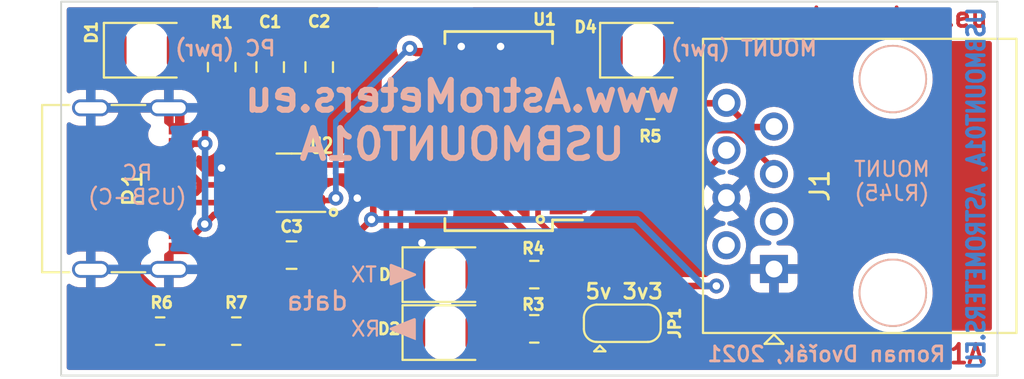
<source format=kicad_pcb>
(kicad_pcb (version 20210424) (generator pcbnew)
  (layers (0 "F.Cu" signal) (31 "B.Cu" signal) (34 "B.Paste" user) (35 "F.Paste" user) (36 "B.SilkS" user "B.Silkscreen") (37 "F.SilkS" user "F.Silkscreen") (38 "B.Mask" user) (39 "F.Mask" user) (44 "Edge.Cuts" user))
  (net 0 "")
  (net 1 "GND")
  (net 2 "Net-(P1-PadA5)")
  (net 3 "/D+")
  (net 4 "/D-")
  (net 5 "Net-(P1-PadB5)")
  (net 9 "Net-(D3-Pad2)")
  (net 10 "Net-(D4-Pad2)")
  (net 11 "+12V")
  (net 12 "RXD")
  (net 13 "TXD")
  (net 14 "+5V")
  (net 15 "+3V3")
  (net 16 "Net-(D1-Pad2)")
  (net 17 "Net-(D2-Pad2)")
  (net 20 "/D+i")
  (net 21 "/D-i")
  (net 27 "/LED_RX")
  (net 28 "/LED_TX")
  (net 34 "unconnected-(J1-Pad3)")
  (footprint "Capacitor_SMD:C_0805_2012Metric_Pad1.18x1.45mm_HandSolder" (layer "F.Cu") (at 137.414 82.4015 -90)
    (fp_text reference "C2" (at -2.4345 0) (layer "F.SilkS") (effects (font (size 0.6 0.6))))
    (fp_text value "0.1uF")
    (fp_line (start -0.261252 -0.735) (end 0.261252 -0.735) (layer "F.SilkS") (width 0.12))
    (fp_line (start -0.261252 0.735) (end 0.261252 0.735) (layer "F.SilkS") (width 0.12))
    (pad "1" smd roundrect locked (at -1.0375 0 270) (size 1.175 1.45) (layers "F.Cu" "F.Paste" "F.Mask") (roundrect_rratio 0.2127659574) (net 14 "+5V"))
    (pad "2" smd roundrect locked (at 1.0375 0 270) (size 1.175 1.45) (layers "F.Cu" "F.Paste" "F.Mask") (roundrect_rratio 0.2127659574) (net 1 "GND"))
  )
  (footprint "Resistor_SMD:R_0805_2012Metric_Pad1.20x1.40mm_HandSolder" (layer "F.Cu") (at 155.1 84.45 180)
    (fp_text reference "R5" (at 0 -1.65 180) (layer "F.SilkS") (effects (font (size 0.6 0.6))))
    (fp_text value "1k")
    (fp_line (start -0.227064 -0.735) (end 0.227064 -0.735) (layer "F.SilkS") (width 0.12))
    (fp_line (start -0.227064 0.735) (end 0.227064 0.735) (layer "F.SilkS") (width 0.12))
    (pad "1" smd roundrect locked (at -1 0 180) (size 1.2 1.4) (layers "F.Cu" "F.Paste" "F.Mask") (roundrect_rratio 0.2083333333) (net 11 "+12V"))
    (pad "2" smd roundrect locked (at 1 0 180) (size 1.2 1.4) (layers "F.Cu" "F.Paste" "F.Mask") (roundrect_rratio 0.2083333333) (net 10 "Net-(D4-Pad2)"))
  )
  (footprint "Package_SO:SSOP-28_5.3x10.2mm_P0.65mm" (layer "F.Cu") (at 147 85.825 180)
    (fp_text reference "U1" (at -2.45 5.975) (layer "F.SilkS") (effects (font (size 0.6 0.6))))
    (fp_text value "FT232RL")
    (fp_line (start -2.875 -5.325) (end -2.875 -4.75) (layer "F.SilkS") (width 0.15))
    (fp_line (start 2.875 -5.325) (end 2.875 -4.675) (layer "F.SilkS") (width 0.15))
    (fp_line (start -2.875 -4.75) (end -4.475 -4.75) (layer "F.SilkS") (width 0.15))
    (fp_line (start -2.875 5.325) (end -2.875 4.675) (layer "F.SilkS") (width 0.15))
    (fp_line (start 2.875 5.325) (end 2.875 4.675) (layer "F.SilkS") (width 0.15))
    (fp_line (start -2.875 -5.325) (end 2.875 -5.325) (layer "F.SilkS") (width 0.15))
    (fp_line (start -2.875 5.325) (end 2.875 5.325) (layer "F.SilkS") (width 0.15))
    (pad "1" smd rect locked (at -3.6 -4.225 180) (size 1.75 0.45) (layers "F.Cu" "F.Paste" "F.Mask") (net 13 "TXD"))
    (pad "2" smd rect locked (at -3.6 -3.575 180) (size 1.75 0.45) (layers "F.Cu" "F.Paste" "F.Mask"))
    (pad "3" smd rect locked (at -3.6 -2.925 180) (size 1.75 0.45) (layers "F.Cu" "F.Paste" "F.Mask"))
    (pad "4" smd rect locked (at -3.6 -2.275 180) (size 1.75 0.45) (layers "F.Cu" "F.Paste" "F.Mask"))
    (pad "5" smd rect locked (at -3.6 -1.625 180) (size 1.75 0.45) (layers "F.Cu" "F.Paste" "F.Mask") (net 12 "RXD"))
    (pad "6" smd rect locked (at -3.6 -0.975 180) (size 1.75 0.45) (layers "F.Cu" "F.Paste" "F.Mask"))
    (pad "7" smd rect locked (at -3.6 -0.325 180) (size 1.75 0.45) (layers "F.Cu" "F.Paste" "F.Mask") (net 1 "GND"))
    (pad "8" smd rect locked (at -3.6 0.325 180) (size 1.75 0.45) (layers "F.Cu" "F.Paste" "F.Mask"))
    (pad "9" smd rect locked (at -3.6 0.975 180) (size 1.75 0.45) (layers "F.Cu" "F.Paste" "F.Mask"))
    (pad "10" smd rect locked (at -3.6 1.625 180) (size 1.75 0.45) (layers "F.Cu" "F.Paste" "F.Mask"))
    (pad "11" smd rect locked (at -3.6 2.275 180) (size 1.75 0.45) (layers "F.Cu" "F.Paste" "F.Mask"))
    (pad "12" smd rect locked (at -3.6 2.925 180) (size 1.75 0.45) (layers "F.Cu" "F.Paste" "F.Mask"))
    (pad "13" smd rect locked (at -3.6 3.575 180) (size 1.75 0.45) (layers "F.Cu" "F.Paste" "F.Mask"))
    (pad "14" smd rect locked (at -3.6 4.225 180) (size 1.75 0.45) (layers "F.Cu" "F.Paste" "F.Mask"))
    (pad "15" smd rect locked (at 3.6 4.225 180) (size 1.75 0.45) (layers "F.Cu" "F.Paste" "F.Mask") (net 20 "/D+i"))
    (pad "16" smd rect locked (at 3.6 3.575 180) (size 1.75 0.45) (layers "F.Cu" "F.Paste" "F.Mask") (net 21 "/D-i"))
    (pad "17" smd rect locked (at 3.6 2.925 180) (size 1.75 0.45) (layers "F.Cu" "F.Paste" "F.Mask") (net 15 "+3V3"))
    (pad "18" smd rect locked (at 3.6 2.275 180) (size 1.75 0.45) (layers "F.Cu" "F.Paste" "F.Mask") (net 1 "GND"))
    (pad "19" smd rect locked (at 3.6 1.625 180) (size 1.75 0.45) (layers "F.Cu" "F.Paste" "F.Mask"))
    (pad "20" smd rect locked (at 3.6 0.975 180) (size 1.75 0.45) (layers "F.Cu" "F.Paste" "F.Mask") (net 14 "+5V"))
    (pad "21" smd rect locked (at 3.6 0.325 180) (size 1.75 0.45) (layers "F.Cu" "F.Paste" "F.Mask") (net 1 "GND"))
    (pad "22" smd rect locked (at 3.6 -0.325 180) (size 1.75 0.45) (layers "F.Cu" "F.Paste" "F.Mask") (net 27 "/LED_RX"))
    (pad "23" smd rect locked (at 3.6 -0.975 180) (size 1.75 0.45) (layers "F.Cu" "F.Paste" "F.Mask") (net 28 "/LED_TX"))
    (pad "24" smd rect locked (at 3.6 -1.625 180) (size 1.75 0.45) (layers "F.Cu" "F.Paste" "F.Mask"))
    (pad "25" smd rect locked (at 3.6 -2.275 180) (size 1.75 0.45) (layers "F.Cu" "F.Paste" "F.Mask") (net 1 "GND"))
    (pad "26" smd rect locked (at 3.6 -2.925 180) (size 1.75 0.45) (layers "F.Cu" "F.Paste" "F.Mask") (net 1 "GND"))
    (pad "27" smd rect locked (at 3.6 -3.575 180) (size 1.75 0.45) (layers "F.Cu" "F.Paste" "F.Mask"))
    (pad "28" smd rect locked (at 3.6 -4.225 180) (size 1.75 0.45) (layers "F.Cu" "F.Paste" "F.Mask"))
  )
  (footprint "LED_SMD:LED_1206_3216Metric_ReverseMount_Hole1.8x2.4mm" (layer "F.Cu") (at 128.2 81.5)
    (fp_text reference "D1" (at -2.95 -0.95 90) (layer "F.SilkS") (effects (font (size 0.6 0.6))))
    (fp_text value "RED")
    (fp_line (start 1.6 -1.46) (end -2.285 -1.46) (layer "F.SilkS") (width 0.12))
    (fp_line (start -2.285 1.46) (end 1.6 1.46) (layer "F.SilkS") (width 0.12))
    (fp_line (start -2.285 -1.46) (end -2.285 1.46) (layer "F.SilkS") (width 0.12))
    (pad "" np_thru_hole oval locked (at 0 0) (size 1.8 2.4) (drill oval 1.8 2.4) (layers *.Cu *.Mask))
    (pad "1" smd roundrect locked (at -1.55 0) (size 0.95 1.75) (layers "F.Cu" "F.Paste" "F.Mask") (roundrect_rratio 0.2) (net 1 "GND"))
    (pad "2" smd roundrect locked (at 1.55 0) (size 0.95 1.75) (layers "F.Cu" "F.Paste" "F.Mask") (roundrect_rratio 0.2) (net 16 "Net-(D1-Pad2)"))
  )
  (footprint "Package_TO_SOT_SMD:SOT-23-6" (layer "F.Cu") (at 135.9375 88.585 180)
    (fp_text reference "U2" (at -1.6035 1.971) (layer "F.SilkS") (effects (font (size 0.8 0.6))))
    (fp_text value "USBLC6-2SC6")
    (fp_line (start 0 -1.56) (end 0.8 -1.56) (layer "F.SilkS") (width 0.12))
    (fp_line (start 0 -1.56) (end -1.8 -1.56) (layer "F.SilkS") (width 0.12))
    (fp_line (start 0 1.56) (end -0.8 1.56) (layer "F.SilkS") (width 0.12))
    (fp_line (start 0 1.56) (end 0.8 1.56) (layer "F.SilkS") (width 0.12))
    (pad "1" smd roundrect locked (at -1.1375 -0.95 180) (size 1.325 0.6) (layers "F.Cu" "F.Paste" "F.Mask") (net 20 "/D+i"))
    (pad "2" smd roundrect locked (at -1.1375 0 180) (size 1.325 0.6) (layers "F.Cu" "F.Paste" "F.Mask") (net 1 "GND"))
    (pad "3" smd roundrect locked (at -1.1375 0.95 180) (size 1.325 0.6) (layers "F.Cu" "F.Paste" "F.Mask") (net 21 "/D-i"))
    (pad "4" smd roundrect locked (at 1.1375 0.95 180) (size 1.325 0.6) (layers "F.Cu" "F.Paste" "F.Mask") (net 4 "/D-"))
    (pad "5" smd roundrect locked (at 1.1375 0 180) (size 1.325 0.6) (layers "F.Cu" "F.Paste" "F.Mask") (net 14 "+5V"))
    (pad "6" smd roundrect locked (at 1.1375 -0.95 180) (size 1.325 0.6) (layers "F.Cu" "F.Paste" "F.Mask") (net 3 "/D+"))
  )
  (footprint "LED_SMD:LED_1206_3216Metric_ReverseMount_Hole1.8x2.4mm" (layer "F.Cu") (at 144.15 96.6)
    (fp_text reference "D2" (at -3 -0.2 180) (layer "F.SilkS") (effects (font (size 0.6 0.6))))
    (fp_text value "ORANGE")
    (fp_line (start -2.285 1.46) (end 1.6 1.46) (layer "F.SilkS") (width 0.12))
    (fp_line (start 1.6 -1.46) (end -2.285 -1.46) (layer "F.SilkS") (width 0.12))
    (fp_line (start -2.285 -1.46) (end -2.285 1.46) (layer "F.SilkS") (width 0.12))
    (pad "" np_thru_hole oval locked (at 0 0) (size 1.8 2.4) (drill oval 1.8 2.4) (layers *.Cu *.Mask))
    (pad "1" smd roundrect locked (at -1.55 0) (size 0.95 1.75) (layers "F.Cu" "F.Paste" "F.Mask") (roundrect_rratio 0.2) (net 27 "/LED_RX"))
    (pad "2" smd roundrect locked (at 1.55 0) (size 0.95 1.75) (layers "F.Cu" "F.Paste" "F.Mask") (roundrect_rratio 0.2) (net 17 "Net-(D2-Pad2)"))
  )
  (footprint "Resistor_SMD:R_0805_2012Metric_Pad1.20x1.40mm_HandSolder" (layer "F.Cu") (at 148.9 93.5 180)
    (fp_text reference "R4" (at 0.05 1.4) (layer "F.SilkS") (effects (font (size 0.6 0.6))))
    (fp_text value "240R")
    (fp_line (start -0.227064 0.735) (end 0.227064 0.735) (layer "F.SilkS") (width 0.12))
    (fp_line (start -0.227064 -0.735) (end 0.227064 -0.735) (layer "F.SilkS") (width 0.12))
    (pad "1" smd roundrect locked (at -1 0 180) (size 1.2 1.4) (layers "F.Cu" "F.Paste" "F.Mask") (roundrect_rratio 0.2083333333) (net 14 "+5V"))
    (pad "2" smd roundrect locked (at 1 0 180) (size 1.2 1.4) (layers "F.Cu" "F.Paste" "F.Mask") (roundrect_rratio 0.2083333333) (net 9 "Net-(D3-Pad2)"))
  )
  (footprint "Capacitor_SMD:C_0805_2012Metric_Pad1.18x1.45mm_HandSolder" (layer "F.Cu") (at 134.7955 82.4015 -90)
    (fp_text reference "C1" (at -2.413 0 180) (layer "F.SilkS") (effects (font (size 0.6 0.6))))
    (fp_text value "4.7uF")
    (fp_line (start -0.261252 -0.735) (end 0.261252 -0.735) (layer "F.SilkS") (width 0.12))
    (fp_line (start -0.261252 0.735) (end 0.261252 0.735) (layer "F.SilkS") (width 0.12))
    (pad "1" smd roundrect locked (at -1.0375 0 270) (size 1.175 1.45) (layers "F.Cu" "F.Paste" "F.Mask") (roundrect_rratio 0.2127659574) (net 14 "+5V"))
    (pad "2" smd roundrect locked (at 1.0375 0 270) (size 1.175 1.45) (layers "F.Cu" "F.Paste" "F.Mask") (roundrect_rratio 0.2127659574) (net 1 "GND"))
  )
  (footprint "Resistor_SMD:R_0805_2012Metric_Pad1.20x1.40mm_HandSolder" (layer "F.Cu") (at 132.985 96.52)
    (fp_text reference "R7" (at 0 -1.52) (layer "F.SilkS") (effects (font (size 0.6 0.6))))
    (fp_text value "5k1")
    (fp_line (start -0.227064 -0.735) (end 0.227064 -0.735) (layer "F.SilkS") (width 0.12))
    (fp_line (start -0.227064 0.735) (end 0.227064 0.735) (layer "F.SilkS") (width 0.12))
    (pad "1" smd roundrect locked (at -1 0) (size 1.2 1.4) (layers "F.Cu" "F.Paste" "F.Mask") (roundrect_rratio 0.2083333333) (net 5 "Net-(P1-PadB5)"))
    (pad "2" smd roundrect locked (at 1 0) (size 1.2 1.4) (layers "F.Cu" "F.Paste" "F.Mask") (roundrect_rratio 0.2083333333) (net 1 "GND"))
  )
  (footprint "Connector_USB:USB_C_Receptacle_Palconn_UTC16-G" (layer "F.Cu") (at 127.455 88.9 -90)
    (fp_text reference "P1" (at 0 0.005 90) (layer "F.SilkS"))
    (fp_text value "USB_C")
    (fp_line (start 4.47 -0.67) (end 4.47 1.13) (layer "F.SilkS") (width 0.12))
    (fp_line (start -4.47 4.84) (end -4.47 3.38) (layer "F.SilkS") (width 0.12))
    (fp_line (start 4.47 4.84) (end 4.47 3.38) (layer "F.SilkS") (width 0.12))
    (fp_line (start -4.47 -0.67) (end -4.47 1.13) (layer "F.SilkS") (width 0.12))
    (fp_line (start 4.47 4.84) (end -4.47 4.84) (layer "F.SilkS") (width 0.12))
    (pad "" np_thru_hole circle locked (at -2.89 -1.45 90) (size 0.65 0.65) (drill 0.65) (layers F&B.Cu *.Mask))
    (pad "" np_thru_hole circle locked (at 2.89 -1.45 270) (size 0.65 0.65) (drill 0.65) (layers F&B.Cu *.Mask))
    (pad "A1" smd rect locked (at -3.2 -2.51 270) (size 0.6 1.16) (layers "F.Cu" "F.Paste" "F.Mask") (net 1 "GND"))
    (pad "A4" smd rect locked (at -2.4 -2.51 270) (size 0.6 1.16) (layers "F.Cu" "F.Paste" "F.Mask") (net 14 "+5V"))
    (pad "A5" smd rect locked (at -1.25 -2.51 90) (size 0.3 1.16) (layers "F.Cu" "F.Paste" "F.Mask") (net 2 "Net-(P1-PadA5)"))
    (pad "A6" smd rect locked (at -0.25 -2.51 90) (size 0.3 1.16) (layers "F.Cu" "F.Paste" "F.Mask") (net 3 "/D+"))
    (pad "A7" smd rect locked (at 0.25 -2.51 90) (size 0.3 1.16) (layers "F.Cu" "F.Paste" "F.Mask") (net 4 "/D-"))
    (pad "A8" smd rect locked (at 1.25 -2.51 90) (size 0.3 1.16) (layers "F.Cu" "F.Paste" "F.Mask"))
    (pad "A9" smd rect locked (at 2.4 -2.51 270) (size 0.6 1.16) (layers "F.Cu" "F.Paste" "F.Mask") (net 14 "+5V"))
    (pad "A12" smd rect locked (at 3.2 -2.51 270) (size 0.6 1.16) (layers "F.Cu" "F.Paste" "F.Mask") (net 1 "GND"))
    (pad "B1" smd rect locked (at 3.2 -2.51 270) (size 0.6 1.16) (layers "F.Cu" "F.Paste" "F.Mask") (net 1 "GND"))
    (pad "B4" smd rect locked (at 2.4 -2.51 270) (size 0.6 1.16) (layers "F.Cu" "F.Paste" "F.Mask") (net 14 "+5V"))
    (pad "B5" smd rect locked (at 1.75 -2.51 90) (size 0.3 1.16) (layers "F.Cu" "F.Paste" "F.Mask") (net 5 "Net-(P1-PadB5)"))
    (pad "B6" smd rect locked (at 0.75 -2.51 90) (size 0.3 1.16) (layers "F.Cu" "F.Paste" "F.Mask") (net 3 "/D+"))
    (pad "B7" smd rect locked (at -0.75 -2.51 90) (size 0.3 1.16) (layers "F.Cu" "F.Paste" "F.Mask") (net 4 "/D-"))
    (pad "B8" smd rect locked (at -1.75 -2.51 90) (size 0.3 1.16) (layers "F.Cu" "F.Paste" "F.Mask"))
    (pad "B9" smd rect locked (at -2.4 -2.51 270) (size 0.6 1.16) (layers "F.Cu" "F.Paste" "F.Mask") (net 14 "+5V"))
    (pad "B12" smd rect locked (at -3.2 -2.51 270) (size 0.6 1.16) (layers "F.Cu" "F.Paste" "F.Mask") (net 1 "GND"))
    (pad "S1" thru_hole oval locked (at -4.32 2.24) (size 2 0.9) (drill oval 1.7 0.6) (layers *.Cu *.Mask) (net 1 "GND"))
    (pad "S1" thru_hole oval locked (at 4.32 2.24) (size 2 0.9) (drill oval 1.7 0.6) (layers *.Cu *.Mask) (net 1 "GND"))
    (pad "S1" thru_hole oval locked (at -4.32 -1.93) (size 2.1 0.9) (drill oval 1.8 0.6) (layers *.Cu *.Mask) (net 1 "GND"))
    (pad "S1" thru_hole oval locked (at 4.32 -1.93) (size 2.1 0.9) (drill oval 1.8 0.6) (layers *.Cu *.Mask) (net 1 "GND"))
  )
  (footprint "Resistor_SMD:R_0805_2012Metric_Pad1.20x1.40mm_HandSolder" (layer "F.Cu") (at 128.921 96.52 180)
    (fp_text reference "R6" (at -0.079 1.52) (layer "F.SilkS") (effects (font (size 0.6 0.6))))
    (fp_text value "5k1")
    (fp_line (start -0.227064 0.735) (end 0.227064 0.735) (layer "F.SilkS") (width 0.12))
    (fp_line (start -0.227064 -0.735) (end 0.227064 -0.735) (layer "F.SilkS") (width 0.12))
    (pad "1" smd roundrect locked (at -1 0 180) (size 1.2 1.4) (layers "F.Cu" "F.Paste" "F.Mask") (roundrect_rratio 0.2083333333) (net 2 "Net-(P1-PadA5)"))
    (pad "2" smd roundrect locked (at 1 0 180) (size 1.2 1.4) (layers "F.Cu" "F.Paste" "F.Mask") (roundrect_rratio 0.2083333333) (net 1 "GND"))
  )
  (footprint "Jumper:SolderJumper-3_P1.3mm_Bridged12_RoundedPad1.0x1.5mm" (layer "F.Cu") (at 153.6 96.1)
    (fp_text reference "JP1" (at 2.8 0 90) (layer "F.SilkS") (effects (font (size 0.6 0.6))))
    (fp_text value "SolderJumper_3_Bridged12" hide)
    (fp_poly (pts (xy -0.9 -0.3) (xy -0.4 -0.3) (xy -0.4 0.3) (xy -0.9 0.3)) (layer "F.Cu") (width 0) (fill solid))
    (fp_line (start -1.5 1.5) (end -0.9 1.5) (layer "F.SilkS") (width 0.12))
    (fp_line (start -1.4 -1) (end 1.4 -1) (layer "F.SilkS") (width 0.12))
    (fp_line (start 1.4 1) (end -1.4 1) (layer "F.SilkS") (width 0.12))
    (fp_line (start 2.05 -0.3) (end 2.05 0.3) (layer "F.SilkS") (width 0.12))
    (fp_line (start -2.05 0.3) (end -2.05 -0.3) (layer "F.SilkS") (width 0.12))
    (fp_line (start -1.2 1.2) (end -0.9 1.5) (layer "F.SilkS") (width 0.12))
    (fp_line (start -1.2 1.2) (end -1.5 1.5) (layer "F.SilkS") (width 0.12))
    (fp_arc (start 1.35 0.3) (end 1.35 1) (angle -90) (layer "F.SilkS") (width 0.12))
    (fp_arc (start -1.35 -0.3) (end -1.35 -1) (angle -90) (layer "F.SilkS") (width 0.12))
    (fp_arc (start -1.35 0.3) (end -2.05 0.3) (angle -90) (layer "F.SilkS") (width 0.12))
    (fp_arc (start 1.35 -0.3) (end 2.05 -0.3) (angle -90) (layer "F.SilkS") (width 0.12))
    (pad "1" smd custom locked (at -1.3 0) (size 1 0.5) (layers "F.Cu" "F.Mask") (net 14 "+5V") (options (clearance outline) (anchor rect)) (primitives (gr_circle (center 0 0.25) (end 0.5 0.25) (width 0) (fill yes)) (gr_circle (center 0 -0.25) (end 0.5 -0.25) (width 0) (fill yes)) (gr_poly (pts (xy 0.55 -0.75) (xy 0 -0.75) (xy 0 0.75) (xy 0.55 0.75)) (width 0) (fill yes))))
    (pad "2" smd rect locked (at 0 0) (size 1 1.5) (layers "F.Cu" "F.Mask"))
    (pad "3" smd custom locked (at 1.3 0) (size 1 0.5) (layers "F.Cu" "F.Mask") (net 15 "+3V3") (options (clearance outline) (anchor rect)) (primitives (gr_circle (center 0 0.25) (end 0.5 0.25) (width 0) (fill yes)) (gr_circle (center 0 -0.25) (end 0.5 -0.25) (width 0) (fill yes)) (gr_poly (pts (xy -0.55 -0.75) (xy 0 -0.75) (xy 0 0.75) (xy -0.55 0.75)) (width 0) (fill yes))))
  )
  (footprint "Resistor_SMD:R_0805_2012Metric_Pad1.20x1.40mm_HandSolder" (layer "F.Cu") (at 132.207 82.4015 90)
    (fp_text reference "R1" (at 2.3915 0 180) (layer "F.SilkS") (effects (font (size 0.6 0.6))))
    (fp_text value "300R")
    (fp_line (start -0.227064 0.735) (end 0.227064 0.735) (layer "F.SilkS") (width 0.12))
    (fp_line (start -0.227064 -0.735) (end 0.227064 -0.735) (layer "F.SilkS") (width 0.12))
    (pad "1" smd roundrect locked (at -1 0 90) (size 1.2 1.4) (layers "F.Cu" "F.Paste" "F.Mask") (roundrect_rratio 0.2083333333) (net 14 "+5V"))
    (pad "2" smd roundrect locked (at 1 0 90) (size 1.2 1.4) (layers "F.Cu" "F.Paste" "F.Mask") (roundrect_rratio 0.2083333333) (net 16 "Net-(D1-Pad2)"))
  )
  (footprint "Resistor_SMD:R_0805_2012Metric_Pad1.20x1.40mm_HandSolder" (layer "F.Cu") (at 148.9 96.4 180)
    (fp_text reference "R3" (at 0.05 1.3) (layer "F.SilkS") (effects (font (size 0.6 0.6))))
    (fp_text value "240R")
    (fp_line (start -0.227064 0.735) (end 0.227064 0.735) (layer "F.SilkS") (width 0.12))
    (fp_line (start -0.227064 -0.735) (end 0.227064 -0.735) (layer "F.SilkS") (width 0.12))
    (pad "1" smd roundrect locked (at -1 0 180) (size 1.2 1.4) (layers "F.Cu" "F.Paste" "F.Mask") (roundrect_rratio 0.2083333333) (net 14 "+5V"))
    (pad "2" smd roundrect locked (at 1 0 180) (size 1.2 1.4) (layers "F.Cu" "F.Paste" "F.Mask") (roundrect_rratio 0.2083333333) (net 17 "Net-(D2-Pad2)"))
  )
  (footprint "LED_SMD:LED_1206_3216Metric_ReverseMount_Hole1.8x2.4mm" (layer "F.Cu") (at 154.7 81.5)
    (fp_text reference "D4" (at -3.062 -1.236 180) (layer "F.SilkS") (effects (font (size 0.6 0.6))))
    (fp_text value "RED")
    (fp_line (start -2.285 1.46) (end 1.6 1.46) (layer "F.SilkS") (width 0.12))
    (fp_line (start 1.6 -1.46) (end -2.285 -1.46) (layer "F.SilkS") (width 0.12))
    (fp_line (start -2.285 -1.46) (end -2.285 1.46) (layer "F.SilkS") (width 0.12))
    (pad "" np_thru_hole oval locked (at 0 0) (size 1.8 2.4) (drill oval 1.8 2.4) (layers *.Cu *.Mask))
    (pad "1" smd roundrect locked (at -1.55 0) (size 0.95 1.75) (layers "F.Cu" "F.Paste" "F.Mask") (roundrect_rratio 0.2) (net 1 "GND"))
    (pad "2" smd roundrect locked (at 1.55 0) (size 0.95 1.75) (layers "F.Cu" "F.Paste" "F.Mask") (roundrect_rratio 0.2) (net 10 "Net-(D4-Pad2)"))
  )
  (footprint "Connector_RJ:RJ45_OST_PJ012-8P8CX_Vertical" (layer "F.Cu") (at 161.7 93.2 90)
    (fp_text reference "J1" (at 4.45 2.45 90) (layer "F.SilkS"))
    (fp_text value "RJ45")
    (fp_line (start 12.31 12.95) (end -3.42 12.95) (layer "F.SilkS") (width 0.12))
    (fp_line (start -3.5 0) (end -4 -0.5) (layer "F.SilkS") (width 0.12))
    (fp_line (start -4 -0.5) (end -4 0.5) (layer "F.SilkS") (width 0.12))
    (fp_line (start -4 0.5) (end -3.5 0) (layer "F.SilkS") (width 0.12))
    (fp_line (start 12.31 -3.79) (end 12.31 12.95) (layer "F.SilkS") (width 0.12))
    (fp_line (start -3.42 -3.79) (end -3.42 12.95) (layer "F.SilkS") (width 0.12))
    (fp_line (start 12.3 -3.79) (end -3.42 -3.79) (layer "F.SilkS") (width 0.12))
    (pad "" np_thru_hole circle locked (at -1.27 6.35 90) (size 3.65 3.65) (drill 3.45) (layers *.Cu *.SilkS *.Mask))
    (pad "" np_thru_hole circle locked (at 10.16 6.35 90) (size 3.65 3.65) (drill 3.45) (layers *.Cu *.SilkS *.Mask))
    (pad "1" thru_hole rect locked (at 0 0 90) (size 1.5 1.5) (drill 0.9) (layers *.Cu *.Mask) (net 1 "GND"))
    (pad "2" thru_hole circle locked (at 1.27 -2.54 90) (size 1.5 1.5) (drill 0.9) (layers *.Cu *.Mask))
    (pad "3" thru_hole circle locked (at 2.54 0 90) (size 1.5 1.5) (drill 0.9) (layers *.Cu *.Mask) (net 34 "unconnected-(J1-Pad3)"))
    (pad "4" thru_hole circle locked (at 3.81 -2.54 90) (size 1.5 1.5) (drill 0.9) (layers *.Cu *.Mask) (net 1 "GND"))
    (pad "5" thru_hole circle locked (at 5.08 0 90) (size 1.5 1.5) (drill 0.9) (layers *.Cu *.Mask) (net 12 "RXD"))
    (pad "6" thru_hole circle locked (at 6.35 -2.54 90) (size 1.5 1.5) (drill 0.9) (layers *.Cu *.Mask) (net 13 "TXD"))
    (pad "7" thru_hole circle locked (at 7.62 0 90) (size 1.5 1.5) (drill 0.9) (layers *.Cu *.Mask) (net 11 "+12V"))
    (pad "8" thru_hole circle locked (at 8.89 -2.54 90) (size 1.5 1.5) (drill 0.9) (layers *.Cu *.Mask) (net 11 "+12V"))
  )
  (footprint "LED_SMD:LED_1206_3216Metric_ReverseMount_Hole1.8x2.4mm" (layer "F.Cu") (at 144.15 93.5)
    (fp_text reference "D3" (at -2.95 0 180) (layer "F.SilkS") (effects (font (size 0.6 0.6))))
    (fp_text value "ORANGE")
    (fp_line (start -2.285 -1.46) (end -2.285 1.46) (layer "F.SilkS") (width 0.12))
    (fp_line (start -2.285 1.46) (end 1.6 1.46) (layer "F.SilkS") (width 0.12))
    (fp_line (start 1.6 -1.46) (end -2.285 -1.46) (layer "F.SilkS") (width 0.12))
    (pad "" np_thru_hole oval locked (at 0 0) (size 1.8 2.4) (drill oval 1.8 2.4) (layers *.Cu *.Mask))
    (pad "1" smd roundrect locked (at -1.55 0) (size 0.95 1.75) (layers "F.Cu" "F.Paste" "F.Mask") (roundrect_rratio 0.2) (net 28 "/LED_TX"))
    (pad "2" smd roundrect locked (at 1.55 0) (size 0.95 1.75) (layers "F.Cu" "F.Paste" "F.Mask") (roundrect_rratio 0.2) (net 9 "Net-(D3-Pad2)"))
  )
  (footprint "Capacitor_SMD:C_0805_2012Metric_Pad1.18x1.45mm_HandSolder" (layer "F.Cu") (at 135.9375 92.456 180)
    (fp_text reference "C3" (at 0 1.524) (layer "F.SilkS") (effects (font (size 0.6 0.6))))
    (fp_text value "4.7uF")
    (fp_line (start -0.261252 -0.735) (end 0.261252 -0.735) (layer "F.SilkS") (width 0.12))
    (fp_line (start -0.261252 0.735) (end 0.261252 0.735) (layer "F.SilkS") (width 0.12))
    (pad "1" smd roundrect locked (at -1.0375 0 180) (size 1.175 1.45) (layers "F.Cu" "F.Paste" "F.Mask") (roundrect_rratio 0.2127659574) (net 15 "+3V3"))
    (pad "2" smd roundrect locked (at 1.0375 0 180) (size 1.175 1.45) (layers "F.Cu" "F.Paste" "F.Mask") (roundrect_rratio 0.2127659574) (net 1 "GND"))
  )
  (gr_poly (pts (xy 141.25 96.4) (xy 142.5 95.9) (xy 142.5 96.9)) (layer "B.SilkS") (width 0.15) (fill solid))
  (gr_poly (pts (xy 142.5 93.5) (xy 141.25 94) (xy 141.25 93)) (layer "B.SilkS") (width 0.15) (fill solid))
  (gr_circle (center 149.225 90.551) (end 149.352 90.678) (layer "F.SilkS") (width 0.15) (fill none))
  (gr_circle (center 138.176 90.17) (end 138.303 90.297) (layer "F.SilkS") (width 0.15) (fill none))
  (gr_rect (start 123.631 78.9035) (end 173.637 98.8965) (layer "Edge.Cuts") (width 0.1) (fill none))
  (gr_text "www.astrometers.eu" (at 165.75 79.75) (layer "F.Cu") (effects (font (size 1 1) (thickness 0.2))))
  (gr_text "USBMOUNT01A" (at 167.5 97.75) (layer "F.Cu") (effects (font (size 1 1) (thickness 0.2))))
  (gr_text "USBMOUNT01A, ASTROMETERS.EU" (at 172.5 88.9 90) (layer "B.Cu") (effects (font (size 0.9 0.78) (thickness 0.195)) (justify mirror)))
  (gr_text "MOUNT\n(RJ45)" (at 168 88.5) (layer "B.SilkS") (effects (font (size 0.8 0.8) (thickness 0.12)) (justify mirror)))
  (gr_text "RX" (at 139.9 96.4) (layer "B.SilkS") (effects (font (size 0.8 0.8) (thickness 0.12)) (justify mirror)))
  (gr_text "data" (at 137.3 94.9) (layer "B.SilkS") (effects (font (size 1 1)) (justify mirror)))
  (gr_text "MOUNT (pwr)" (at 160.1 81.4) (layer "B.SilkS") (effects (font (size 0.8 0.8)) (justify mirror)))
  (gr_text "PC (pwr)" (at 132.4 81.4) (layer "B.SilkS") (effects (font (size 0.8 0.8)) (justify mirror)))
  (gr_text "www.AstroMeters.eu\nUSBMOUNT01A" (at 145.05 85.25) (layer "B.SilkS") (effects (font (size 1.6 1.6) (thickness 0.32)) (justify mirror)))
  (gr_text "Roman Dvořák, 2021" (at 164.5 97.75) (layer "B.SilkS") (effects (font (size 0.8 0.8)) (justify mirror)))
  (gr_text "PC\n(USB-C)" (at 127.7 88.7) (layer "B.SilkS") (effects (font (size 0.8 0.8) (thickness 0.12)) (justify mirror)))
  (gr_text "TX\n" (at 139.8 93.5) (layer "B.SilkS") (effects (font (size 0.8 0.8) (thickness 0.12)) (justify mirror)))
  (gr_text "5v 3v3" (at 153.7 94.4) (layer "F.SilkS") (effects (font (size 0.8 0.8))))
  (segment (start 153 94.5) (end 151.5 94.5) (width 0.3) (layer "F.Cu") (net 0))
  (segment (start 149.1 88.56588) (end 149.56588 88.1) (width 0.3) (layer "F.Cu") (net 0))
  (segment (start 151.5 94.5) (end 151 94) (width 0.3) (layer "F.Cu") (net 0))
  (segment (start 149.1 90.6) (end 149.1 88.56588) (width 0.3) (layer "F.Cu") (net 0))
  (segment (start 151 92.5) (end 149.1 90.6) (width 0.3) (layer "F.Cu") (net 0))
  (segment (start 149.56588 88.1) (end 150.6 88.1) (width 0.3) (layer "F.Cu") (net 0))
  (segment (start 153.6 96.1) (end 153.6 95.1) (width 0.3) (layer "F.Cu") (net 0))
  (segment (start 153.6 95.1) (end 153 94.5) (width 0.3) (layer "F.Cu") (net 0))
  (segment (start 151 94) (end 151 92.5) (width 0.3) (layer "F.Cu") (net 0))
  (segment (start 135.89 88.0625) (end 135.89 86.868) (width 0.35) (layer "F.Cu") (net 1))
  (segment (start 136.4125 88.585) (end 135.89 88.0625) (width 0.35) (layer "F.Cu") (net 1))
  (segment (start 137.075 88.585) (end 136.4125 88.585) (width 0.35) (layer "F.Cu") (net 1))
  (via (at 145 81.3) (size 0.8) (drill 0.4) (layers "F.Cu" "B.Cu") (net 1))
  (via (at 139.446 89.408) (size 0.8) (drill 0.4) (layers "F.Cu" "B.Cu") (net 1))
  (via (at 142.9 91.8) (size 0.8) (drill 0.4) (layers "F.Cu" "B.Cu") (net 1))
  (via (at 147.1 81.3) (size 0.8) (drill 0.4) (layers "F.Cu" "B.Cu") (net 1))
  (via (at 132.2 87.8) (size 0.8) (drill 0.4) (layers "F.Cu" "B.Cu") (net 1))
  (segment (start 127.30048 91.563803) (end 127.30048 93.60048) (width 0.3) (layer "F.Cu") (net 2))
  (segment (start 127.30048 93.60048) (end 129.921 96.221) (width 0.3) (layer "F.Cu") (net 2))
  (segment (start 129.11 87.64) (end 128.57548 88.17452) (width 0.3) (layer "F.Cu") (net 2))
  (segment (start 128.57548 88.17452) (end 128.57548 90.288802) (width 0.3) (layer "F.Cu") (net 2))
  (segment (start 129.921 96.221) (end 129.921 96.52) (width 0.3) (layer "F.Cu") (net 2))
  (segment (start 128.57548 90.288802) (end 127.30048 91.563803) (width 0.3) (layer "F.Cu") (net 2))
  (segment (start 129.921 96.121) (end 129.921 96.52) (width 0.3) (layer "F.Cu") (net 2))
  (segment (start 129.965 87.64) (end 129.11 87.64) (width 0.3) (layer "F.Cu") (net 2))
  (segment (start 129.965 89.65) (end 134.71 89.65) (width 0.3) (layer "F.Cu") (net 3))
  (segment (start 129.965 89.64) (end 129.975 89.65) (width 0.3) (layer "F.Cu") (net 3))
  (segment (start 129.185 89.64) (end 129.965 89.64) (width 0.3) (layer "F.Cu") (net 3))
  (segment (start 129.185 88.64) (end 129 88.825) (width 0.3) (layer "F.Cu") (net 3))
  (segment (start 129.965 88.64) (end 129.185 88.64) (width 0.3) (layer "F.Cu") (net 3))
  (segment (start 134.71 89.65) (end 134.825 89.535) (width 0.3) (layer "F.Cu") (net 3))
  (segment (start 129 89.455) (end 129.185 89.64) (width 0.3) (layer "F.Cu") (net 3))
  (segment (start 129 88.825) (end 129 89.455) (width 0.3) (layer "F.Cu") (net 3))
  (segment (start 131 88.5) (end 130.64 88.14) (width 0.3) (layer "F.Cu") (net 4))
  (segment (start 131 88.7) (end 131 88.5) (width 0.3) (layer "F.Cu") (net 4))
  (segment (start 134.034 87.635) (end 132.969 88.7) (width 0.3) (layer "F.Cu") (net 4))
  (segment (start 134.8 87.635) (end 134.034 87.635) (width 0.3) (layer "F.Cu") (net 4))
  (segment (start 129.965 89.14) (end 130.86 89.14) (width 0.3) (layer "F.Cu") (net 4))
  (segment (start 134.034 87.635) (end 133.669 88) (width 0.3) (layer "F.Cu") (net 4))
  (segment (start 131 89) (end 131 88.7) (width 0.3) (layer "F.Cu") (net 4))
  (segment (start 130.64 88.14) (end 129.965 88.14) (width 0.3) (layer "F.Cu") (net 4))
  (segment (start 130.86 89.14) (end 131 89) (width 0.3) (layer "F.Cu") (net 4))
  (segment (start 132.969 88.7) (end 131 88.7) (width 0.3) (layer "F.Cu") (net 4))
  (segment (start 128.86 90.64) (end 127.75 91.75) (width 0.3) (layer "F.Cu") (net 5))
  (segment (start 129.965 90.64) (end 128.86 90.64) (width 0.3) (layer "F.Cu") (net 5))
  (segment (start 127.75 91.75) (end 127.75 93.414282) (width 0.3) (layer "F.Cu") (net 5))
  (segment (start 127.75 93.414282) (end 129.585718 95.25) (width 0.3) (layer "F.Cu") (net 5))
  (segment (start 131.985 96.235) (end 131.985 96.52) (width 0.3) (layer "F.Cu") (net 5))
  (segment (start 129.585718 95.25) (end 131 95.25) (width 0.3) (layer "F.Cu") (net 5))
  (segment (start 131 95.25) (end 131.985 96.235) (width 0.3) (layer "F.Cu") (net 5))
  (segment (start 145.7 93.5) (end 147.7 93.5) (width 0.3) (layer "F.Cu") (net 9))
  (segment (start 154.1 84.45) (end 156.25 82.3) (width 0.3) (layer "F.Cu") (net 10))
  (segment (start 156.25 82.3) (end 156.25 81.5) (width 0.3) (layer "F.Cu") (net 10))
  (segment (start 160.393 85.6075) (end 159.123 84.3375) (width 0.35) (layer "F.Cu") (net 11))
  (segment (start 159.123 84.3375) (end 156.2375 84.3375) (width 0.35) (layer "F.Cu") (net 11))
  (segment (start 161.663 85.6075) (end 160.393 85.6075) (width 0.35) (layer "F.Cu") (net 11))
  (segment (start 156.2375 84.3375) (end 156 84.1) (width 0.35) (layer "F.Cu") (net 11))
  (segment (start 150.65 87.5) (end 150.6 87.45) (width 0.3) (layer "F.Cu") (net 12))
  (segment (start 161.663 87.827223) (end 161.663 88.1475) (width 0.3) (layer "F.Cu") (net 12))
  (segment (start 156.75 87.45) (end 158.397011 85.802989) (width 0.3) (layer "F.Cu") (net 12))
  (segment (start 150.6 87.45) (end 156.75 87.45) (width 0.3) (layer "F.Cu") (net 12))
  (segment (start 158.397011 85.802989) (end 159.638766 85.802989) (width 0.3) (layer "F.Cu") (net 12))
  (segment (start 159.638766 85.802989) (end 161.663 87.827223) (width 0.3) (layer "F.Cu") (net 12))
  (segment (start 152.1 88.9) (end 152.1 89.5) (width 0.3) (layer "F.Cu") (net 13))
  (segment (start 152.1 89.5) (end 151.55 90.05) (width 0.3) (layer "F.Cu") (net 13))
  (segment (start 159.16 86.85) (end 157.86 88.15) (width 0.3) (layer "F.Cu") (net 13))
  (segment (start 157.86 88.15) (end 152.85 88.15) (width 0.3) (layer "F.Cu") (net 13))
  (segment (start 151.55 90.05) (end 150.6 90.05) (width 0.3) (layer "F.Cu") (net 13))
  (segment (start 152.85 88.15) (end 152.1 88.9) (width 0.3) (layer "F.Cu") (net 13))
  (segment (start 149.9 96.4) (end 149.9 93.5) (width 0.35) (layer "F.Cu") (net 14))
  (segment (start 146.1 80.6) (end 146.1 88.9) (width 0.35) (layer "F.Cu") (net 14))
  (segment (start 131.318 84.058) (end 131.953 83.423) (width 0.35) (layer "F.Cu") (net 14))
  (segment (start 146.1 80.6) (end 145.35 79.85) (width 0.35) (layer "F.Cu") (net 14))
  (segment (start 129.965 86.49) (end 130.679 86.49) (width 0.35) (layer "F.Cu") (net 14))
  (segment (start 130.669 86.5) (end 131.499 86.5) (width 0.35) (layer "F.Cu") (net 14))
  (segment (start 146.1 84.8) (end 146.1 80.6) (width 0.35) (layer "F.Cu") (net 14))
  (segment (start 152.3 96.1) (end 150 96.1) (width 0.35) (layer "F.Cu") (net 14))
  (segment (start 132.604 83.423) (end 134.747 81.28) (width 0.35) (layer "F.Cu") (net 14))
  (segment (start 135.89 89.789) (end 135.89 89.0125) (width 0.35) (layer "F.Cu") (net 14))
  (segment (start 135.4625 88.585) (end 134.8 88.585) (width 0.35) (layer "F.Cu") (net 14))
  (segment (start 130.682 86.487) (end 130.669 86.5) (width 0.35) (layer "F.Cu") (net 14))
  (segment (start 135.81202 89.888626) (end 135.400646 90.3) (width 0.35) (layer "F.Cu") (net 14))
  (segment (start 145.35 79.85) (end 140.85 79.85) (width 0.35) (layer "F.Cu") (net 14))
  (segment (start 137.16 81.153) (end 134.874 81.153) (width 0.35) (layer "F.Cu") (net 14))
  (segment (start 149.7 92.5) (end 149.7 93.5) (width 0.35) (layer "F.Cu") (net 14))
  (segment (start 131.318 86.487) (end 131.318 84.058) (width 0.35) (layer "F.Cu") (net 14))
  (segment (start 150 96.1) (end 149.7 96.4) (width 0.35) (layer "F.Cu") (net 14))
  (segment (start 146.1 85) (end 146.1 84.8) (width 0.35) (layer "F.Cu") (net 14))
  (segment (start 146.1 88.9) (end 149.7 92.5) (width 0.35) (layer "F.Cu") (net 14))
  (segment (start 139.547 81.153) (end 137.16 81.153) (width 0.35) (layer "F.Cu") (net 14))
  (segment (start 140.85 79.85) (end 139.547 81.153) (width 0.35) (layer "F.Cu") (net 14))
  (segment (start 135.89 89.0125) (end 135.4625 88.585) (width 0.35) (layer "F.Cu") (net 14))
  (segment (start 135.81202 89.888626) (end 135.81202 89.86698) (width 0.35) (layer "F.Cu") (net 14))
  (segment (start 134.874 81.153) (end 134.747 81.28) (width 0.35) (layer "F.Cu") (net 14))
  (segment (start 129.975 91.3) (end 129.965 91.29) (width 0.35) (layer "F.Cu") (net 14))
  (segment (start 130.8 91.3) (end 131.3 90.8) (width 0.35) (layer "F.Cu") (net 14))
  (segment (start 130.555 86.614) (end 130.669 86.5) (width 0.35) (layer "F.Cu") (net 14))
  (segment (start 135.400646 90.3) (end 131.8 90.3) (width 0.35) (layer "F.Cu") (net 14))
  (segment (start 130.679 86.49) (end 130.682 86.487) (width 0.35) (layer "F.Cu") (net 14))
  (segment (start 130.8 91.3) (end 129.975 91.3) (width 0.35) (layer "F.Cu") (net 14))
  (segment (start 143.4 84.85) (end 146.05 84.85) (width 0.35) (layer "F.Cu") (net 14))
  (segment (start 146.05 84.85) (end 146.1 84.8) (width 0.35) (layer "F.Cu") (net 14))
  (segment (start 135.81202 89.86698) (end 135.89 89.789) (width 0.35) (layer "F.Cu") (net 14))
  (segment (start 134.825 88.585) (end 135.4875 88.585) (width 0.35) (layer "F.Cu") (net 14))
  (segment (start 131.8 90.3) (end 131.3 90.8) (width 0.35) (layer "F.Cu") (net 14))
  (segment (start 131.953 83.423) (end 132.604 83.423) (width 0.35) (layer "F.Cu") (net 14))
  (via (at 131.318 86.487) (size 0.8) (drill 0.4) (layers "F.Cu" "B.Cu") (net 14))
  (via (at 131.3 90.8) (size 0.8) (drill 0.4) (layers "F.Cu" "B.Cu") (net 14))
  (segment (start 131.318 86.487) (end 131.318 90.782) (width 0.35) (layer "B.Cu") (net 14))
  (segment (start 131.318 90.782) (end 131.3 90.8) (width 0.35) (layer "B.Cu") (net 14))
  (segment (start 158.623 94.107) (end 156.893 94.107) (width 0.35) (layer "F.Cu") (net 15))
  (segment (start 154.9 96.1) (end 156.869 94.131) (width 0.35) (layer "F.Cu") (net 15))
  (segment (start 140.3 88.875) (end 140.3 87) (width 0.35) (layer "F.Cu") (net 15))
  (segment (start 136.975 92.2) (end 136.975 92.125) (width 0.35) (layer "F.Cu") (net 15))
  (segment (start 140.3 90.459) (end 140.208 90.551) (width 0.35) (layer "F.Cu") (net 15))
  (segment (start 137.16 92.456) (end 136.975 92.456) (width 0.35) (layer "F.Cu") (net 15))
  (segment (start 140.3 87) (end 141.9 85.4) (width 0.35) (layer "F.Cu") (net 15))
  (segment (start 138.303 92.456) (end 136.975 92.456) (width 0.35) (layer "F.Cu") (net 15))
  (segment (start 142.36588 82.9) (end 143.4 82.9) (width 0.35) (layer "F.Cu") (net 15))
  (segment (start 141.9 83.36588) (end 142.36588 82.9) (width 0.35) (layer "F.Cu") (net 15))
  (segment (start 140.3 89.316) (end 140.3 90.459) (width 0.35) (layer "F.Cu") (net 15))
  (segment (start 141.9 85.4) (end 141.9 83.36588) (width 0.35) (layer "F.Cu") (net 15))
  (segment (start 140.3 88.875) (end 140.3 88.6) (width 0.35) (layer "F.Cu") (net 15))
  (segment (start 140.3 88.875) (end 140.3 89.316) (width 0.35) (layer "F.Cu") (net 15))
  (segment (start 140.208 90.551) (end 138.303 92.456) (width 0.35) (layer "F.Cu") (net 15))
  (segment (start 156.893 94.107) (end 156.869 94.131) (width 0.35) (layer "F.Cu") (net 15))
  (via (at 158.623 94.107) (size 0.8) (drill 0.4) (layers "F.Cu" "B.Cu") (net 15))
  (via (at 140.208 90.551) (size 0.8) (drill 0.4) (layers "F.Cu" "B.Cu") (net 15))
  (segment (start 154.378723 90.551) (end 157.934723 94.107) (width 0.35) (layer "B.Cu") (net 15))
  (segment (start 158.623 94.107) (end 157.934723 94.107) (width 0.35) (layer "B.Cu") (net 15))
  (segment (start 157.934723 94.107) (end 157.553723 93.726) (width 0.35) (layer "B.Cu") (net 15))
  (segment (start 140.208 90.551) (end 154.378723 90.551) (width 0.35) (layer "B.Cu") (net 15))
  (segment (start 154.378723 90.551) (end 154.403212 90.575489) (width 0.35) (layer "B.Cu") (net 15))
  (segment (start 129.938 81.5) (end 131.9925 81.5) (width 0.3) (layer "F.Cu") (net 16))
  (segment (start 147.7 96.4) (end 145.75 96.4) (width 0.3) (layer "F.Cu") (net 17))
  (segment (start 138.3 89.411) (end 138.176 89.535) (width 0.3) (layer "F.Cu") (net 20))
  (segment (start 142.5 81.65) (end 143.35 81.65) (width 0.3) (layer "F.Cu") (net 20))
  (segment (start 138.176 89.535) (end 137.075 89.535) (width 0.3) (layer "F.Cu") (net 20))
  (segment (start 138.3 89.408) (end 138.3 89.411) (width 0.3) (layer "F.Cu") (net 20))
  (segment (start 142.25 81.4) (end 142.5 81.65) (width 0.3) (layer "F.Cu") (net 20))
  (segment (start 143.35 81.65) (end 143.4 81.6) (width 0.3) (layer "F.Cu") (net 20))
  (via (at 142.25 81.4) (size 0.8) (drill 0.4) (layers "F.Cu" "B.Cu") (net 20))
  (via (at 138.3 89.408) (size 0.8) (drill 0.4) (layers "F.Cu" "B.Cu") (net 20))
  (segment (start 138.3 89.408) (end 138.3 88.903) (width 0.3) (layer "B.Cu") (net 20))
  (segment (start 138.3 88.1) (end 138.3 89.1) (width 0.3) (layer "B.Cu") (net 20))
  (segment (start 138.3 88.903) (end 138.3 85.3) (width 0.3) (layer "B.Cu") (net 20))
  (segment (start 138.3 89.1) (end 138.3 88.903) (width 0.3) (layer "B.Cu") (net 20))
  (segment (start 138.3 85.3) (end 142.1 81.5) (width 0.3) (layer "B.Cu") (net 20))
  (segment (start 142.2 81.4) (end 142.25 81.4) (width 0.3) (layer "B.Cu") (net 20))
  (segment (start 138.290932 86.9105) (end 138.290932 88.090932) (width 0.3) (layer "B.Cu") (net 20))
  (segment (start 142.1 81.5) (end 142.2 81.4) (width 0.3) (layer "B.Cu") (net 20))
  (segment (start 138.290932 88.090932) (end 138.3 88.1) (width 0.3) (layer "B.Cu") (net 20))
  (segment (start 141.2 83.2) (end 142.15 82.25) (width 0.3) (layer "F.Cu") (net 21))
  (segment (start 142.15 82.25) (end 143.4 82.25) (width 0.3) (layer "F.Cu") (net 21))
  (segment (start 138.735 87.635) (end 141.2 85.17) (width 0.3) (layer "F.Cu") (net 21))
  (segment (start 141.2 85.17) (end 141.2 83.2) (width 0.3) (layer "F.Cu") (net 21))
  (segment (start 137.1 87.635) (end 138.735 87.635) (width 0.3) (layer "F.Cu") (net 21))
  (segment (start 141.2 85.17) (end 141.2 84.9) (width 0.3) (layer "F.Cu") (net 21))
  (segment (start 141 87.5) (end 141 94.75) (width 0.3) (layer "F.Cu") (net 27))
  (segment (start 142.35 86.15) (end 141 87.5) (width 0.3) (layer "F.Cu") (net 27))
  (segment (start 141 94.75) (end 141.1 94.85) (width 0.3) (layer "F.Cu") (net 27))
  (segment (start 141 94.75) (end 142.65 96.4) (width 0.3) (layer "F.Cu") (net 27))
  (segment (start 143.4 86.15) (end 142.35 86.15) (width 0.3) (layer "F.Cu") (net 27))
  (segment (start 141.75 93.25) (end 141.75 87.456428) (width 0.3) (layer "F.Cu") (net 28))
  (segment (start 142.6 93.5) (end 142 93.5) (width 0.3) (layer "F.Cu") (net 28))
  (segment (start 142 93.5) (end 141.75 93.25) (width 0.3) (layer "F.Cu") (net 28))
  (segment (start 141.75 87.456428) (end 142.406428 86.8) (width 0.3) (layer "F.Cu") (net 28))
  (segment (start 142.406428 86.8) (end 143.4 86.8) (width 0.3) (layer "F.Cu") (net 28))
  (segment (start 161.663 90.6875) (end 161.663 90.367223) (width 0.3) (layer "F.Cu") (net 34))
  (zone (net 1) (net_name "GND") (layer "F.Cu") (connect_pads (clearance 0.3)) (min_thickness 0.254) (fill yes (thermal_gap 0.508) (thermal_bridge_width 0.508) (island_removal_mode 2) (island_area_min 3))
    (polygon (pts (xy 173.736 98.81) (xy 123.722 98.81) (xy 123.722 78.994) (xy 173.736 78.994)))
  )
  (zone (net 0) (net_name "") (layer "B.Cu") (connect_pads (clearance 0)) (min_thickness 0.254)
    (keepout (tracks not_allowed) (vias not_allowed) (pads not_allowed) (copperpour not_allowed) (footprints allowed))
    (fill (thermal_gap 0.508) (thermal_bridge_width 0.508))
    (polygon (pts (xy 173.7 98.9) (xy 171.2 98.9) (xy 171.2 78.9) (xy 173.7 78.9)))
  )
  (zone (net 1) (net_name "GND") (layer "B.Cu") (connect_pads (clearance 0.3)) (min_thickness 0.254) (fill yes (thermal_gap 0.508) (thermal_bridge_width 0.508) (island_removal_mode 2) (island_area_min 3))
    (polygon (pts (xy 173.736635 98.952963) (xy 123.722635 98.825963) (xy 123.722 78.994) (xy 173.736 78.994)))
  )
)
</source>
